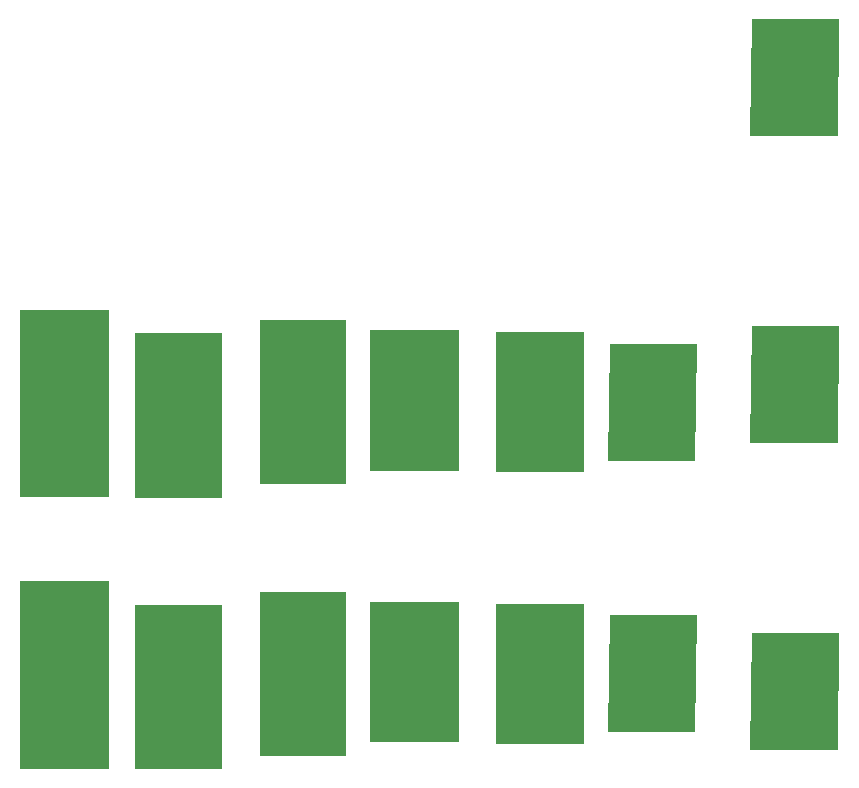
<source format=gbr>
%TF.GenerationSoftware,Altium Limited,Altium Designer,24.3.1 (35)*%
G04 Layer_Color=0*
%FSLAX45Y45*%
%MOMM*%
%TF.SameCoordinates,065391E9-2A1D-4ECE-AA0D-878B158C5FC5*%
%TF.FilePolarity,Positive*%
%TF.FileFunction,Other,Mechanical_16*%
%TF.Part,CustomerPanel*%
G01*
G75*
G36*
X6949900Y5455000D02*
X6211900D01*
X6221900Y6445000D01*
X6959900D01*
X6949900Y5455000D01*
D02*
G37*
G36*
Y2855000D02*
X6211900D01*
X6221900Y3845000D01*
X6959900D01*
X6949900Y2855000D01*
D02*
G37*
G36*
X5746600Y2705000D02*
X5008600D01*
X5018600Y3695000D01*
X5756600D01*
X5746600Y2705000D01*
D02*
G37*
G36*
X3745000Y2619400D02*
X2995000D01*
Y3809400D01*
X3745000D01*
Y2619400D01*
D02*
G37*
G36*
X4806800Y2605000D02*
X4056800D01*
Y3795000D01*
X4806800D01*
Y2605000D01*
D02*
G37*
G36*
X2791800Y2506700D02*
X2056800D01*
X2056300Y3896700D01*
X2791800D01*
Y2506700D01*
D02*
G37*
G36*
X781400Y2394000D02*
X31400D01*
Y3984000D01*
X781400D01*
Y2394000D01*
D02*
G37*
G36*
X1734400Y2392400D02*
X998900D01*
Y3782400D01*
X1733900D01*
X1734400Y2392400D01*
D02*
G37*
G36*
X5746600Y405000D02*
X5008600D01*
X5018600Y1395000D01*
X5756600D01*
X5746600Y405000D01*
D02*
G37*
G36*
X3745000Y319400D02*
X2995000D01*
Y1509400D01*
X3745000D01*
Y319400D01*
D02*
G37*
G36*
X4806800Y305000D02*
X4056800D01*
Y1495000D01*
X4806800D01*
Y305000D01*
D02*
G37*
G36*
X6949900Y255000D02*
X6211900D01*
X6221900Y1245000D01*
X6959900D01*
X6949900Y255000D01*
D02*
G37*
G36*
X2791800Y206700D02*
X2056800D01*
X2056300Y1596700D01*
X2791800D01*
Y206700D01*
D02*
G37*
G36*
X781400Y94000D02*
X31400D01*
Y1684000D01*
X781400D01*
Y94000D01*
D02*
G37*
G36*
X1734400Y92400D02*
X998900D01*
Y1482400D01*
X1733900D01*
X1734400Y92400D01*
D02*
G37*
%TF.MD5,429b8ea2585750b31cb0653282c06b45*%
M02*

</source>
